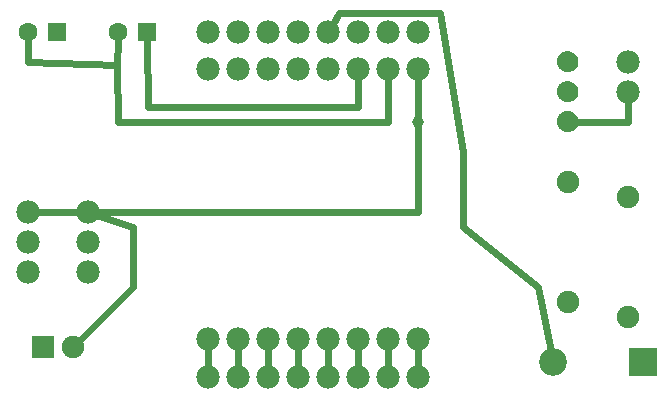
<source format=gtl>
G04 MADE WITH FRITZING*
G04 WWW.FRITZING.ORG*
G04 DOUBLE SIDED*
G04 HOLES PLATED*
G04 CONTOUR ON CENTER OF CONTOUR VECTOR*
%ASAXBY*%
%FSLAX23Y23*%
%MOIN*%
%OFA0B0*%
%SFA1.0B1.0*%
%ADD10C,0.078000*%
%ADD11C,0.039370*%
%ADD12C,0.077778*%
%ADD13C,0.092000*%
%ADD14C,0.062992*%
%ADD15C,0.070000*%
%ADD16C,0.075000*%
%ADD17R,0.092000X0.092000*%
%ADD18R,0.062992X0.062992*%
%ADD19R,0.075000X0.075000*%
%ADD20C,0.024000*%
%ADD21R,0.001000X0.001000*%
%LNCOPPER1*%
G90*
G70*
G54D10*
X749Y1241D03*
X849Y1241D03*
X949Y1241D03*
X1049Y1241D03*
X1149Y1241D03*
X1249Y1241D03*
X1349Y1241D03*
X1449Y1241D03*
X749Y91D03*
X849Y91D03*
X949Y91D03*
X1049Y91D03*
X1149Y91D03*
X1249Y91D03*
X1349Y91D03*
X1449Y91D03*
X2149Y1141D03*
X2149Y1041D03*
X149Y441D03*
X149Y541D03*
X149Y641D03*
X349Y441D03*
X349Y541D03*
X349Y641D03*
G54D11*
X1449Y941D03*
G54D12*
X749Y217D03*
X849Y217D03*
X949Y217D03*
X1049Y217D03*
X1149Y217D03*
X1249Y217D03*
X1349Y217D03*
X1449Y217D03*
X1449Y1117D03*
X1349Y1117D03*
X1249Y1117D03*
X1149Y1117D03*
X1049Y1117D03*
X949Y1117D03*
X849Y1117D03*
X749Y1117D03*
G54D13*
X2199Y141D03*
X1899Y141D03*
G54D14*
X247Y1241D03*
X149Y1241D03*
X547Y1241D03*
X449Y1241D03*
G54D15*
X1949Y941D03*
X1949Y1041D03*
X1949Y1141D03*
G54D16*
X199Y191D03*
X299Y191D03*
X1949Y341D03*
X1949Y741D03*
X2149Y291D03*
X2149Y691D03*
G54D17*
X2199Y141D03*
G54D18*
X247Y1241D03*
X547Y1241D03*
G54D19*
X199Y191D03*
G54D20*
X449Y941D02*
X1349Y941D01*
D02*
X1349Y941D02*
X1349Y1087D01*
D02*
X448Y1131D02*
X449Y941D01*
D02*
X319Y211D02*
X499Y390D01*
D02*
X499Y591D02*
X377Y631D01*
D02*
X499Y390D02*
X499Y591D01*
D02*
X949Y187D02*
X949Y121D01*
D02*
X849Y187D02*
X849Y121D01*
D02*
X749Y187D02*
X749Y121D01*
D02*
X1349Y187D02*
X1349Y121D01*
D02*
X1249Y187D02*
X1249Y121D01*
D02*
X1149Y187D02*
X1149Y121D01*
D02*
X1049Y187D02*
X1049Y121D01*
D02*
X448Y1131D02*
X149Y1140D01*
D02*
X449Y1214D02*
X448Y1131D01*
D02*
X549Y991D02*
X548Y1214D01*
D02*
X1249Y991D02*
X549Y991D01*
D02*
X1249Y1087D02*
X1249Y991D01*
D02*
X149Y1140D02*
X149Y1214D01*
D02*
X1449Y187D02*
X1449Y121D01*
D02*
X1892Y177D02*
X1849Y390D01*
D02*
X1849Y390D02*
X1599Y591D01*
D02*
X1599Y840D02*
X1524Y1303D01*
D02*
X1599Y591D02*
X1599Y840D01*
D02*
X1188Y1303D02*
X1165Y1266D01*
D02*
X1524Y1303D02*
X1188Y1303D01*
D02*
X1449Y960D02*
X1449Y1087D01*
D02*
X2149Y941D02*
X1975Y941D01*
D02*
X2149Y1010D02*
X2149Y941D01*
D02*
X1449Y641D02*
X1449Y922D01*
D02*
X379Y641D02*
X1449Y641D01*
D02*
X179Y641D02*
X319Y641D01*
G54D21*
X1943Y1176D02*
X1953Y1176D01*
X1939Y1175D02*
X1957Y1175D01*
X1936Y1174D02*
X1960Y1174D01*
X1934Y1173D02*
X1962Y1173D01*
X1932Y1172D02*
X1964Y1172D01*
X1930Y1171D02*
X1966Y1171D01*
X1928Y1170D02*
X1968Y1170D01*
X1927Y1169D02*
X1969Y1169D01*
X1926Y1168D02*
X1970Y1168D01*
X1924Y1167D02*
X1971Y1167D01*
X1923Y1166D02*
X1972Y1166D01*
X1923Y1165D02*
X1973Y1165D01*
X1922Y1164D02*
X1974Y1164D01*
X1921Y1163D02*
X1975Y1163D01*
X1920Y1162D02*
X1976Y1162D01*
X1919Y1161D02*
X1976Y1161D01*
X1919Y1160D02*
X1977Y1160D01*
X1918Y1159D02*
X1978Y1159D01*
X1918Y1158D02*
X1978Y1158D01*
X1917Y1157D02*
X1979Y1157D01*
X1917Y1156D02*
X1943Y1156D01*
X1953Y1156D02*
X1979Y1156D01*
X1916Y1155D02*
X1941Y1155D01*
X1955Y1155D02*
X1980Y1155D01*
X1916Y1154D02*
X1939Y1154D01*
X1957Y1154D02*
X1980Y1154D01*
X1916Y1153D02*
X1938Y1153D01*
X1958Y1153D02*
X1980Y1153D01*
X1915Y1152D02*
X1937Y1152D01*
X1959Y1152D02*
X1981Y1152D01*
X1915Y1151D02*
X1936Y1151D01*
X1960Y1151D02*
X1981Y1151D01*
X1915Y1150D02*
X1935Y1150D01*
X1961Y1150D02*
X1981Y1150D01*
X1914Y1149D02*
X1934Y1149D01*
X1962Y1149D02*
X1982Y1149D01*
X1914Y1148D02*
X1934Y1148D01*
X1962Y1148D02*
X1982Y1148D01*
X1914Y1147D02*
X1933Y1147D01*
X1963Y1147D02*
X1982Y1147D01*
X1914Y1146D02*
X1933Y1146D01*
X1963Y1146D02*
X1982Y1146D01*
X1914Y1145D02*
X1933Y1145D01*
X1963Y1145D02*
X1982Y1145D01*
X1914Y1144D02*
X1933Y1144D01*
X1963Y1144D02*
X1982Y1144D01*
X1914Y1143D02*
X1933Y1143D01*
X1963Y1143D02*
X1982Y1143D01*
X1913Y1142D02*
X1932Y1142D01*
X1963Y1142D02*
X1982Y1142D01*
X1913Y1141D02*
X1932Y1141D01*
X1963Y1141D02*
X1982Y1141D01*
X1914Y1140D02*
X1933Y1140D01*
X1963Y1140D02*
X1982Y1140D01*
X1914Y1139D02*
X1933Y1139D01*
X1963Y1139D02*
X1982Y1139D01*
X1914Y1138D02*
X1933Y1138D01*
X1963Y1138D02*
X1982Y1138D01*
X1914Y1137D02*
X1933Y1137D01*
X1963Y1137D02*
X1982Y1137D01*
X1914Y1136D02*
X1933Y1136D01*
X1963Y1136D02*
X1982Y1136D01*
X1914Y1135D02*
X1934Y1135D01*
X1962Y1135D02*
X1982Y1135D01*
X1914Y1134D02*
X1934Y1134D01*
X1961Y1134D02*
X1981Y1134D01*
X1915Y1133D02*
X1935Y1133D01*
X1961Y1133D02*
X1981Y1133D01*
X1915Y1132D02*
X1936Y1132D01*
X1960Y1132D02*
X1981Y1132D01*
X1915Y1131D02*
X1937Y1131D01*
X1959Y1131D02*
X1981Y1131D01*
X1916Y1130D02*
X1938Y1130D01*
X1958Y1130D02*
X1980Y1130D01*
X1916Y1129D02*
X1939Y1129D01*
X1957Y1129D02*
X1980Y1129D01*
X1916Y1128D02*
X1941Y1128D01*
X1955Y1128D02*
X1979Y1128D01*
X1917Y1127D02*
X1944Y1127D01*
X1952Y1127D02*
X1979Y1127D01*
X1917Y1126D02*
X1979Y1126D01*
X1918Y1125D02*
X1978Y1125D01*
X1918Y1124D02*
X1977Y1124D01*
X1919Y1123D02*
X1977Y1123D01*
X1920Y1122D02*
X1976Y1122D01*
X1920Y1121D02*
X1976Y1121D01*
X1921Y1120D02*
X1975Y1120D01*
X1922Y1119D02*
X1974Y1119D01*
X1923Y1118D02*
X1973Y1118D01*
X1924Y1117D02*
X1972Y1117D01*
X1925Y1116D02*
X1971Y1116D01*
X1926Y1115D02*
X1970Y1115D01*
X1927Y1114D02*
X1969Y1114D01*
X1928Y1113D02*
X1967Y1113D01*
X1930Y1112D02*
X1966Y1112D01*
X1932Y1111D02*
X1964Y1111D01*
X1934Y1110D02*
X1962Y1110D01*
X1936Y1109D02*
X1960Y1109D01*
X1939Y1108D02*
X1957Y1108D01*
X1944Y1107D02*
X1952Y1107D01*
X1943Y1076D02*
X1953Y1076D01*
X1939Y1075D02*
X1957Y1075D01*
X1936Y1074D02*
X1960Y1074D01*
X1933Y1073D02*
X1962Y1073D01*
X1931Y1072D02*
X1964Y1072D01*
X1930Y1071D02*
X1966Y1071D01*
X1928Y1070D02*
X1968Y1070D01*
X1927Y1069D02*
X1969Y1069D01*
X1926Y1068D02*
X1970Y1068D01*
X1924Y1067D02*
X1971Y1067D01*
X1923Y1066D02*
X1973Y1066D01*
X1922Y1065D02*
X1973Y1065D01*
X1922Y1064D02*
X1974Y1064D01*
X1921Y1063D02*
X1975Y1063D01*
X1920Y1062D02*
X1976Y1062D01*
X1919Y1061D02*
X1976Y1061D01*
X1919Y1060D02*
X1977Y1060D01*
X1918Y1059D02*
X1978Y1059D01*
X1918Y1058D02*
X1978Y1058D01*
X1917Y1057D02*
X1979Y1057D01*
X1917Y1056D02*
X1943Y1056D01*
X1953Y1056D02*
X1979Y1056D01*
X1916Y1055D02*
X1940Y1055D01*
X1955Y1055D02*
X1980Y1055D01*
X1916Y1054D02*
X1939Y1054D01*
X1957Y1054D02*
X1980Y1054D01*
X1916Y1053D02*
X1938Y1053D01*
X1958Y1053D02*
X1980Y1053D01*
X1915Y1052D02*
X1937Y1052D01*
X1959Y1052D02*
X1981Y1052D01*
X1915Y1051D02*
X1936Y1051D01*
X1960Y1051D02*
X1981Y1051D01*
X1915Y1050D02*
X1935Y1050D01*
X1961Y1050D02*
X1981Y1050D01*
X1914Y1049D02*
X1934Y1049D01*
X1962Y1049D02*
X1982Y1049D01*
X1914Y1048D02*
X1934Y1048D01*
X1962Y1048D02*
X1982Y1048D01*
X1914Y1047D02*
X1933Y1047D01*
X1963Y1047D02*
X1982Y1047D01*
X1914Y1046D02*
X1933Y1046D01*
X1963Y1046D02*
X1982Y1046D01*
X1914Y1045D02*
X1933Y1045D01*
X1963Y1045D02*
X1982Y1045D01*
X1914Y1044D02*
X1933Y1044D01*
X1963Y1044D02*
X1982Y1044D01*
X1914Y1043D02*
X1933Y1043D01*
X1963Y1043D02*
X1982Y1043D01*
X1913Y1042D02*
X1932Y1042D01*
X1963Y1042D02*
X1982Y1042D01*
X1914Y1041D02*
X1933Y1041D01*
X1963Y1041D02*
X1982Y1041D01*
X1914Y1040D02*
X1933Y1040D01*
X1963Y1040D02*
X1982Y1040D01*
X1914Y1039D02*
X1933Y1039D01*
X1963Y1039D02*
X1982Y1039D01*
X1914Y1038D02*
X1933Y1038D01*
X1963Y1038D02*
X1982Y1038D01*
X1914Y1037D02*
X1933Y1037D01*
X1963Y1037D02*
X1982Y1037D01*
X1914Y1036D02*
X1933Y1036D01*
X1963Y1036D02*
X1982Y1036D01*
X1914Y1035D02*
X1934Y1035D01*
X1962Y1035D02*
X1982Y1035D01*
X1914Y1034D02*
X1934Y1034D01*
X1961Y1034D02*
X1981Y1034D01*
X1915Y1033D02*
X1935Y1033D01*
X1961Y1033D02*
X1981Y1033D01*
X1915Y1032D02*
X1936Y1032D01*
X1960Y1032D02*
X1981Y1032D01*
X1915Y1031D02*
X1937Y1031D01*
X1959Y1031D02*
X1981Y1031D01*
X1916Y1030D02*
X1938Y1030D01*
X1958Y1030D02*
X1980Y1030D01*
X1916Y1029D02*
X1939Y1029D01*
X1957Y1029D02*
X1980Y1029D01*
X1916Y1028D02*
X1941Y1028D01*
X1955Y1028D02*
X1979Y1028D01*
X1917Y1027D02*
X1944Y1027D01*
X1952Y1027D02*
X1979Y1027D01*
X1917Y1026D02*
X1979Y1026D01*
X1918Y1025D02*
X1978Y1025D01*
X1918Y1024D02*
X1977Y1024D01*
X1919Y1023D02*
X1977Y1023D01*
X1920Y1022D02*
X1976Y1022D01*
X1920Y1021D02*
X1976Y1021D01*
X1921Y1020D02*
X1975Y1020D01*
X1922Y1019D02*
X1974Y1019D01*
X1923Y1018D02*
X1973Y1018D01*
X1924Y1017D02*
X1972Y1017D01*
X1925Y1016D02*
X1971Y1016D01*
X1926Y1015D02*
X1970Y1015D01*
X1927Y1014D02*
X1969Y1014D01*
X1929Y1013D02*
X1967Y1013D01*
X1930Y1012D02*
X1966Y1012D01*
X1932Y1011D02*
X1964Y1011D01*
X1934Y1010D02*
X1962Y1010D01*
X1936Y1009D02*
X1959Y1009D01*
X1939Y1008D02*
X1956Y1008D01*
X1944Y1007D02*
X1952Y1007D01*
X1942Y976D02*
X1954Y976D01*
X1938Y975D02*
X1958Y975D01*
X1936Y974D02*
X1960Y974D01*
X1933Y973D02*
X1963Y973D01*
X1931Y972D02*
X1965Y972D01*
X1930Y971D02*
X1966Y971D01*
X1928Y970D02*
X1968Y970D01*
X1927Y969D02*
X1969Y969D01*
X1925Y968D02*
X1970Y968D01*
X1924Y967D02*
X1972Y967D01*
X1923Y966D02*
X1973Y966D01*
X1922Y965D02*
X1973Y965D01*
X1922Y964D02*
X1974Y964D01*
X1921Y963D02*
X1975Y963D01*
X1920Y962D02*
X1976Y962D01*
X1919Y961D02*
X1976Y961D01*
X1919Y960D02*
X1977Y960D01*
X1918Y959D02*
X1978Y959D01*
X1918Y958D02*
X1978Y958D01*
X1917Y957D02*
X1979Y957D01*
X1917Y956D02*
X1943Y956D01*
X1953Y956D02*
X1979Y956D01*
X1916Y955D02*
X1940Y955D01*
X1956Y955D02*
X1980Y955D01*
X1916Y954D02*
X1939Y954D01*
X1957Y954D02*
X1980Y954D01*
X1916Y953D02*
X1938Y953D01*
X1958Y953D02*
X1980Y953D01*
X1915Y952D02*
X1937Y952D01*
X1959Y952D02*
X1981Y952D01*
X1915Y951D02*
X1936Y951D01*
X1960Y951D02*
X1981Y951D01*
X1915Y950D02*
X1935Y950D01*
X1961Y950D02*
X1981Y950D01*
X1914Y949D02*
X1934Y949D01*
X1962Y949D02*
X1982Y949D01*
X1914Y948D02*
X1934Y948D01*
X1962Y948D02*
X1982Y948D01*
X1914Y947D02*
X1933Y947D01*
X1963Y947D02*
X1982Y947D01*
X1914Y946D02*
X1933Y946D01*
X1963Y946D02*
X1982Y946D01*
X1914Y945D02*
X1933Y945D01*
X1963Y945D02*
X1982Y945D01*
X1914Y944D02*
X1933Y944D01*
X1963Y944D02*
X1982Y944D01*
X1914Y943D02*
X1933Y943D01*
X1963Y943D02*
X1982Y943D01*
X1913Y942D02*
X1932Y942D01*
X1963Y942D02*
X1982Y942D01*
X1914Y941D02*
X1933Y941D01*
X1963Y941D02*
X1982Y941D01*
X1914Y940D02*
X1933Y940D01*
X1963Y940D02*
X1982Y940D01*
X1914Y939D02*
X1933Y939D01*
X1963Y939D02*
X1982Y939D01*
X1914Y938D02*
X1933Y938D01*
X1963Y938D02*
X1982Y938D01*
X1914Y937D02*
X1933Y937D01*
X1963Y937D02*
X1982Y937D01*
X1914Y936D02*
X1933Y936D01*
X1963Y936D02*
X1982Y936D01*
X1914Y935D02*
X1934Y935D01*
X1962Y935D02*
X1982Y935D01*
X1914Y934D02*
X1934Y934D01*
X1961Y934D02*
X1981Y934D01*
X1915Y933D02*
X1935Y933D01*
X1961Y933D02*
X1981Y933D01*
X1915Y932D02*
X1936Y932D01*
X1960Y932D02*
X1981Y932D01*
X1915Y931D02*
X1937Y931D01*
X1959Y931D02*
X1981Y931D01*
X1916Y930D02*
X1938Y930D01*
X1958Y930D02*
X1980Y930D01*
X1916Y929D02*
X1939Y929D01*
X1957Y929D02*
X1980Y929D01*
X1916Y928D02*
X1941Y928D01*
X1955Y928D02*
X1979Y928D01*
X1917Y927D02*
X1944Y927D01*
X1952Y927D02*
X1979Y927D01*
X1917Y926D02*
X1979Y926D01*
X1918Y925D02*
X1978Y925D01*
X1918Y924D02*
X1977Y924D01*
X1919Y923D02*
X1977Y923D01*
X1920Y922D02*
X1976Y922D01*
X1920Y921D02*
X1976Y921D01*
X1921Y920D02*
X1975Y920D01*
X1922Y919D02*
X1974Y919D01*
X1923Y918D02*
X1973Y918D01*
X1924Y917D02*
X1972Y917D01*
X1925Y916D02*
X1971Y916D01*
X1926Y915D02*
X1970Y915D01*
X1927Y914D02*
X1969Y914D01*
X1929Y913D02*
X1967Y913D01*
X1930Y912D02*
X1966Y912D01*
X1932Y911D02*
X1964Y911D01*
X1934Y910D02*
X1962Y910D01*
X1937Y909D02*
X1959Y909D01*
X1940Y908D02*
X1956Y908D01*
X1944Y907D02*
X1952Y907D01*
D02*
G04 End of Copper1*
M02*
</source>
